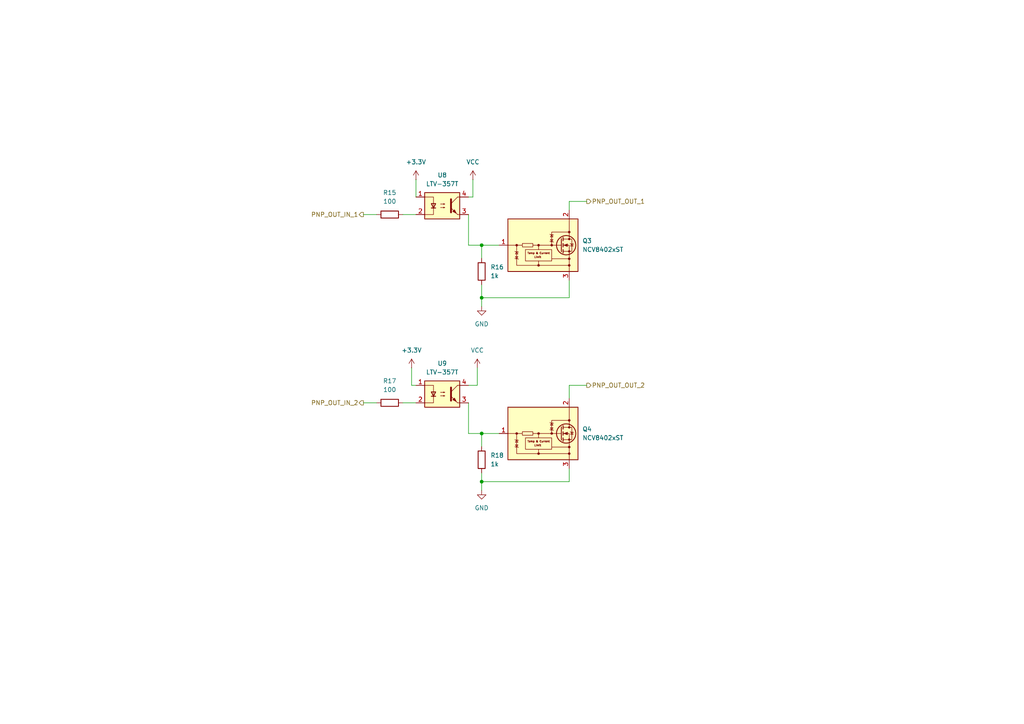
<source format=kicad_sch>
(kicad_sch (version 20250114) (generator "eeschema") (generator_version "9.0")
  (paper "A4")
  (lib_symbols
    (symbol "Device:R" (pin_numbers (hide yes)) (pin_names (offset 0))
      (property "Reference" "R" (at 2.032 0 90))
      (property "Value" "R" (at 0 0 90))
      (symbol "R_0_1"
        (rectangle (start -1.016 -2.54) (end 1.016 2.54) (stroke (width 0.254)))
      )
      (symbol "R_1_1"
        (pin passive line (at 0 3.81 270) (length 1.27) (name "~") (number "1"))
        (pin passive line (at 0 -3.81 90) (length 1.27) (name "~") (number "2"))
      )
    )
    (symbol "Isolator:LTV-357T" (pin_names (offset 1.016))
      (property "Reference" "U" (at -5.334 4.826 0))
      (property "Value" "LTV-357T" (at 0 5.08 0))
      (symbol "LTV-357T_0_1"
        (rectangle (start -5.08 3.81) (end 5.08 -3.81) (stroke (width 0.254)) (fill (type background)))
        (polyline (pts (xy -5.08 2.54) (xy -2.54 2.54) (xy -2.54 -0.762)))
        (polyline (pts (xy -3.175 -0.635) (xy -1.905 -0.635)) (stroke (width 0.254)))
        (polyline (pts (xy -2.54 -0.635) (xy -2.54 -2.54) (xy -5.08 -2.54)))
        (polyline (pts (xy -2.54 -0.635) (xy -3.175 0.635) (xy -1.905 0.635) (xy -2.54 -0.635)) (stroke (width 0.254)))
        (polyline (pts (xy -0.508 0.508) (xy 0.762 0.508) (xy 0.381 0.381) (xy 0.381 0.635) (xy 0.762 0.508)))
        (polyline (pts (xy -0.508 -0.508) (xy 0.762 -0.508) (xy 0.381 -0.635) (xy 0.381 -0.381) (xy 0.762 -0.508)))
        (polyline (pts (xy 2.54 1.905) (xy 2.54 -1.905)) (stroke (width 0.508)))
        (polyline (pts (xy 2.54 0.635) (xy 4.445 2.54)))
        (polyline (pts (xy 3.048 -1.651) (xy 3.556 -1.143) (xy 4.064 -2.159) (xy 3.048 -1.651)) (fill (type outline)))
        (polyline (pts (xy 4.445 2.54) (xy 5.08 2.54)))
        (polyline (pts (xy 4.445 -2.54) (xy 2.54 -0.635)) (fill (type outline)))
        (polyline (pts (xy 4.445 -2.54) (xy 5.08 -2.54)))
      )
      (symbol "LTV-357T_1_1"
        (pin passive line (at -7.62 2.54 0) (length 2.54) (name "~") (number "1"))
        (pin passive line (at -7.62 -2.54 0) (length 2.54) (name "~") (number "2"))
        (pin passive line (at 7.62 2.54 180) (length 2.54) (name "~") (number "4"))
        (pin passive line (at 7.62 -2.54 180) (length 2.54) (name "~") (number "3"))
      )
    )
    (symbol "Transistor_FET_Other:NCV8402xST" (pin_names (offset 0) (hide yes))
      (property "Reference" "Q" (at -9.906 11.43 0))
      (property "Value" "NCV8402xST" (at -9.906 9.144 0))
      (symbol "NCV8402xST_0_0"
        (rectangle (start -10.16 7.62) (end 10.16 -7.62) (stroke (width 0.254)) (fill (type background)))
        (rectangle (start -5.969 0.508) (end -2.921 -0.508))
        (polyline (pts (xy -1.397 -5.842) (xy -7.62 -5.842) (xy -7.62 0) (xy -6.096 0)))
        (polyline (pts (xy -1.27 -1.27) (xy -1.27 -0.635) (xy -1.27 0)))
        (polyline (pts (xy 2.54 0) (xy -2.921 0) (xy -0.889 0)))
        (polyline (pts (xy 2.54 0) (xy 2.54 3.81) (xy 7.62 3.81)))
        (polyline (pts (xy 7.62 2.667) (xy 7.62 7.62)))
        (polyline (pts (xy 7.62 -2.667) (xy 7.62 -7.62)))
        (polyline (pts (xy 7.62 -5.842) (xy -1.27 -5.842) (xy -1.27 -4.572)))
        (text "Limit" (at -1.524 -3.429 0) (effects (font (size 0.5334 0.5334))))
        (text "Temp & Current" (at -1.27 -2.286 0) (effects (font (size 0.5334 0.5334))))
      )
      (symbol "NCV8402xST_0_1"
        (polyline (pts (xy -7.62 0) (xy -10.16 0)))
        (rectangle (start -5.08 -1.27) (end 2.54 -4.572))
        (polyline (pts (xy 5.334 1.905) (xy 5.334 -1.905)) (stroke (width 0.254)))
        (polyline (pts (xy 5.334 0) (xy 2.54 0)))
        (polyline (pts (xy 5.842 2.286) (xy 5.842 1.27)) (stroke (width 0.254)))
        (polyline (pts (xy 5.842 0.508) (xy 5.842 -0.508)) (stroke (width 0.254)))
        (polyline (pts (xy 5.842 -1.27) (xy 5.842 -2.286)) (stroke (width 0.254)))
        (polyline (pts (xy 5.842 -1.778) (xy 8.382 -1.778) (xy 8.382 1.778) (xy 5.842 1.778)))
        (polyline (pts (xy 6.096 0) (xy 7.112 0.381) (xy 7.112 -0.381) (xy 6.096 0)) (fill (type outline)))
        (circle (center 6.731 0) (radius 2.794) (stroke (width 0.254)))
        (polyline (pts (xy 7.62 2.54) (xy 7.62 1.778)))
        (circle (center 7.62 1.778) (radius 0.254) (fill (type outline)))
        (circle (center 7.62 -1.778) (radius 0.254) (fill (type outline)))
        (polyline (pts (xy 7.62 -2.54) (xy 7.62 0) (xy 5.842 0)))
        (polyline (pts (xy 7.62 -3.937) (xy 2.667 -3.937)))
        (polyline (pts (xy 7.874 0.508) (xy 8.001 0.381) (xy 8.763 0.381) (xy 8.89 0.254)))
        (polyline (pts (xy 8.382 0.381) (xy 8.001 -0.254) (xy 8.763 -0.254) (xy 8.382 0.381)))
      )
      (symbol "NCV8402xST_1_1"
        (polyline (pts (xy -8.128 -1.778) (xy -8.001 -1.905) (xy -7.239 -1.905) (xy -7.112 -2.032)))
        (circle (center -7.62 0) (radius 0.2794) (fill (type outline)))
        (polyline (pts (xy -7.62 -1.905) (xy -8.001 -2.54) (xy -7.239 -2.54) (xy -7.62 -1.905)))
        (polyline (pts (xy -7.62 -3.937) (xy -7.239 -3.302) (xy -8.001 -3.302) (xy -7.62 -3.937)))
        (polyline (pts (xy -7.112 -4.064) (xy -7.239 -3.937) (xy -8.001 -3.937) (xy -8.128 -3.81)))
        (circle (center -1.27 0) (radius 0.2794) (fill (type outline)))
        (circle (center -1.27 -5.842) (radius 0.2794) (fill (type outline)))
        (polyline (pts (xy 2.032 3.175) (xy 2.159 3.048) (xy 2.921 3.048) (xy 3.048 2.921)))
        (polyline (pts (xy 2.54 3.048) (xy 2.159 2.413) (xy 2.921 2.413) (xy 2.54 3.048)))
        (polyline (pts (xy 2.54 1.016) (xy 2.921 1.651) (xy 2.159 1.651) (xy 2.54 1.016)))
        (circle (center 2.54 0) (radius 0.2794) (fill (type outline)))
        (polyline (pts (xy 3.048 0.889) (xy 2.921 1.016) (xy 2.159 1.016) (xy 2.032 1.143)))
        (circle (center 7.62 3.81) (radius 0.2794) (fill (type outline)))
        (circle (center 7.62 -3.937) (radius 0.2794) (fill (type outline)))
        (circle (center 7.62 -5.842) (radius 0.2794) (fill (type outline)))
        (pin input line (at -12.7 0 0) (length 2.54) (name "G") (number "1"))
        (pin passive line (at 7.62 10.16 270) (length 2.54) (name "D") (number "2"))
        (pin passive line (at 7.62 10.16 270) (length 2.54) (hide yes) (name "D") (number "4"))
        (pin passive line (at 7.62 -10.16 90) (length 2.54) (name "S") (number "3"))
      )
    )
    (symbol "power:+3.3V" (power) (pin_numbers (hide yes)) (pin_names (offset 0) (hide yes))
      (property "Value" "+3.3V" (at 0 3.556 0))
      (symbol "+3.3V_0_1"
        (polyline (pts (xy -0.762 1.27) (xy 0 2.54)))
        (polyline (pts (xy 0 2.54) (xy 0.762 1.27)))
        (polyline (pts (xy 0 0) (xy 0 2.54)))
      )
      (symbol "+3.3V_1_1"
        (pin power_in line (at 0 0 90) (length 0) (name "~") (number "1"))
      )
    )
    (symbol "power:GND" (power) (pin_numbers (hide yes)) (pin_names (offset 0) (hide yes))
      (property "Value" "GND" (at 0 -3.81 0))
      (symbol "GND_0_1"
        (polyline (pts (xy 0 0) (xy 0 -1.27) (xy 1.27 -1.27) (xy 0 -2.54) (xy -1.27 -1.27) (xy 0 -1.27)))
      )
      (symbol "GND_1_1"
        (pin power_in line (at 0 0 270) (length 0) (name "~") (number "1"))
      )
    )
    (symbol "power:VCC" (power) (pin_numbers (hide yes)) (pin_names (offset 0) (hide yes))
      (property "Value" "VCC" (at 0 3.556 0))
      (symbol "VCC_0_1"
        (polyline (pts (xy -0.762 1.27) (xy 0 2.54)))
        (polyline (pts (xy 0 2.54) (xy 0.762 1.27)))
        (polyline (pts (xy 0 0) (xy 0 2.54)))
      )
      (symbol "VCC_1_1"
        (pin power_in line (at 0 0 90) (length 0) (name "~") (number "1"))
      )
    )
  )
  (junction (at 139.7 139.7))
  (junction (at 139.7 86.36))
  (junction (at 139.7 71.12))
  (junction (at 139.7 125.73))
  (wire (pts (xy 105.41 62.23) (xy 109.22 62.23)))
  (wire (pts (xy 119.38 111.76) (xy 120.65 111.76)))
  (wire (pts (xy 139.7 71.12) (xy 139.7 74.93)))
  (wire (pts (xy 139.7 86.36) (xy 139.7 88.9)))
  (wire (pts (xy 135.89 111.76) (xy 138.43 111.76)))
  (wire (pts (xy 139.7 82.55) (xy 139.7 86.36)))
  (wire (pts (xy 165.1 86.36) (xy 165.1 81.28)))
  (wire (pts (xy 138.43 106.68) (xy 138.43 111.76)))
  (wire (pts (xy 116.84 62.23) (xy 120.65 62.23)))
  (wire (pts (xy 120.65 52.07) (xy 120.65 57.15)))
  (wire (pts (xy 135.89 57.15) (xy 137.16 57.15)))
  (wire (pts (xy 135.89 116.84) (xy 135.89 125.73)))
  (wire (pts (xy 135.89 62.23) (xy 135.89 71.12)))
  (wire (pts (xy 119.38 106.68) (xy 119.38 111.76)))
  (wire (pts (xy 165.1 139.7) (xy 165.1 135.89)))
  (wire (pts (xy 139.7 139.7) (xy 139.7 142.24)))
  (wire (pts (xy 135.89 71.12) (xy 139.7 71.12)))
  (wire (pts (xy 135.89 125.73) (xy 139.7 125.73)))
  (wire (pts (xy 139.7 125.73) (xy 144.78 125.73)))
  (wire (pts (xy 165.1 115.57) (xy 165.1 111.76)))
  (wire (pts (xy 139.7 125.73) (xy 139.7 129.54)))
  (wire (pts (xy 139.7 139.7) (xy 165.1 139.7)))
  (wire (pts (xy 139.7 86.36) (xy 165.1 86.36)))
  (wire (pts (xy 116.84 116.84) (xy 120.65 116.84)))
  (wire (pts (xy 165.1 111.76) (xy 170.18 111.76)))
  (wire (pts (xy 139.7 137.16) (xy 139.7 139.7)))
  (wire (pts (xy 165.1 60.96) (xy 165.1 58.42)))
  (wire (pts (xy 137.16 57.15) (xy 137.16 52.07)))
  (wire (pts (xy 139.7 71.12) (xy 144.78 71.12)))
  (wire (pts (xy 165.1 58.42) (xy 170.18 58.42)))
  (wire (pts (xy 105.41 116.84) (xy 109.22 116.84)))
  (hierarchical_label "PNP_OUT_OUT_2" (shape output) (at 170.18 111.76 0))
  (hierarchical_label "PNP_OUT_IN_2" (shape output) (at 105.41 116.84 180))
  (hierarchical_label "PNP_OUT_OUT_1" (shape output) (at 170.18 58.42 0))
  (hierarchical_label "PNP_OUT_IN_1" (shape output) (at 105.41 62.23 180))
  (symbol (lib_id "power:+3.3V") (at 119.38 106.68 0) (unit 1)
    (property "Reference" "#NPN_VCC02" (effects (hide yes)))
    (property "Value" "+3.3V" (at 119.38 101.6 0))
    (property "Description" "Power symbol creates a global label with name \"+3.3V\"" (effects (hide yes)))
  )
  (symbol (lib_id "power:+3.3V") (at 120.65 52.07 0) (unit 1)
    (property "Reference" "#PWR031" (effects (hide yes)))
    (property "Value" "+3.3V" (at 120.65 46.99 0))
    (property "Description" "Power symbol creates a global label with name \"+3.3V\"" (effects (hide yes)))
  )
  (symbol (lib_id "Transistor_FET_Other:NCV8402xST") (at 157.48 71.12 0) (unit 1)
    (property "Reference" "Q3" (at 168.91 69.8499 0) (effects (justify left)))
    (property "Value" "NCV8402xST" (at 168.91 72.3899 0) (effects (justify left)))
    (property "Footprint" "Package_TO_SOT_SMD:SOT-223" (effects (hide yes)))
    (property "Datasheet" "https://www.onsemi.com/pub/Collateral/NCV8402-D.PDF" (effects (hide yes)))
    (property "Description" "Self-Protected Low Side Driver with Temperature and Current Limit, SOT−223" (effects (hide yes)))
  )
  (symbol (lib_id "power:GND") (at 139.7 142.24 0) (unit 1)
    (property "Reference" "#PWR044" (effects (hide yes)))
    (property "Value" "GND" (at 139.7 147.32 0))
    (property "Description" "Power symbol creates a global label with name \"GND\" , ground" (effects (hide yes)))
  )
  (symbol (lib_id "Isolator:LTV-357T") (at 128.27 114.3 0) (unit 1)
    (property "Reference" "U9" (at 128.27 105.41 0))
    (property "Value" "LTV-357T" (at 128.27 107.95 0))
    (property "Footprint" "Package_SO:SO-4_4.4x3.6mm_P2.54mm" (effects (hide yes)))
    (property "Datasheet" "https://www.buerklin.com/medias/sys_master/download/download/h91/ha0/8892020588574.pdf" (effects (hide yes)))
    (property "Description" "DC Optocoupler, Vce 35V, CTR 50%, SO-4" (effects (hide yes)))
  )
  (symbol (lib_id "power:VCC") (at 138.43 106.68 0) (unit 1)
    (property "Reference" "#PWR054" (effects (hide yes)))
    (property "Value" "VCC" (at 138.43 101.6 0))
    (property "Description" "Power symbol creates a global label with name \"VCC\"" (effects (hide yes)))
  )
  (symbol (lib_id "Device:R") (at 113.03 62.23 90) (unit 1)
    (property "Reference" "R15" (at 113.03 55.88 90))
    (property "Value" "100" (at 113.03 58.42 90))
    (property "Footprint" "Resistor_SMD:R_0201_0603Metric" (effects (hide yes)))
    (property "Description" "Resistor" (effects (hide yes)))
  )
  (symbol (lib_id "Isolator:LTV-357T") (at 128.27 59.69 0) (unit 1)
    (property "Reference" "U8" (at 128.27 50.8 0))
    (property "Value" "LTV-357T" (at 128.27 53.34 0))
    (property "Footprint" "Package_SO:SO-4_4.4x3.6mm_P2.54mm" (effects (hide yes)))
    (property "Datasheet" "https://www.buerklin.com/medias/sys_master/download/download/h91/ha0/8892020588574.pdf" (effects (hide yes)))
    (property "Description" "DC Optocoupler, Vce 35V, CTR 50%, SO-4" (effects (hide yes)))
  )
  (symbol (lib_id "Device:R") (at 113.03 116.84 90) (unit 1)
    (property "Reference" "R17" (at 113.03 110.49 90))
    (property "Value" "100" (at 113.03 113.03 90))
    (property "Footprint" "Resistor_SMD:R_0201_0603Metric" (effects (hide yes)))
    (property "Description" "Resistor" (effects (hide yes)))
  )
  (symbol (lib_id "Transistor_FET_Other:NCV8402xST") (at 157.48 125.73 0) (unit 1)
    (property "Reference" "Q4" (at 168.91 124.4599 0) (effects (justify left)))
    (property "Value" "NCV8402xST" (at 168.91 126.9999 0) (effects (justify left)))
    (property "Footprint" "Package_TO_SOT_SMD:SOT-223" (effects (hide yes)))
    (property "Datasheet" "https://www.onsemi.com/pub/Collateral/NCV8402-D.PDF" (effects (hide yes)))
    (property "Description" "Self-Protected Low Side Driver with Temperature and Current Limit, SOT−223" (effects (hide yes)))
  )
  (symbol (lib_id "Device:R") (at 139.7 78.74 0) (unit 1)
    (property "Reference" "R16" (at 142.24 77.4699 0) (effects (justify left)))
    (property "Value" "1k" (at 142.24 80.0099 0) (effects (justify left)))
    (property "Footprint" "Resistor_SMD:R_0201_0603Metric" (effects (hide yes)))
    (property "Description" "Resistor" (effects (hide yes)))
  )
  (symbol (lib_id "power:VCC") (at 137.16 52.07 0) (unit 1)
    (property "Reference" "#PWR013" (effects (hide yes)))
    (property "Value" "VCC" (at 137.16 46.99 0))
    (property "Description" "Power symbol creates a global label with name \"VCC\"" (effects (hide yes)))
  )
  (symbol (lib_id "Device:R") (at 139.7 133.35 0) (unit 1)
    (property "Reference" "R18" (at 142.24 132.0799 0) (effects (justify left)))
    (property "Value" "1k" (at 142.24 134.6199 0) (effects (justify left)))
    (property "Footprint" "Resistor_SMD:R_0201_0603Metric" (effects (hide yes)))
    (property "Description" "Resistor" (effects (hide yes)))
  )
  (symbol (lib_id "power:GND") (at 139.7 88.9 0) (unit 1)
    (property "Reference" "#PWR043" (effects (hide yes)))
    (property "Value" "GND" (at 139.7 93.98 0))
    (property "Description" "Power symbol creates a global label with name \"GND\" , ground" (effects (hide yes)))
  )
)
</source>
